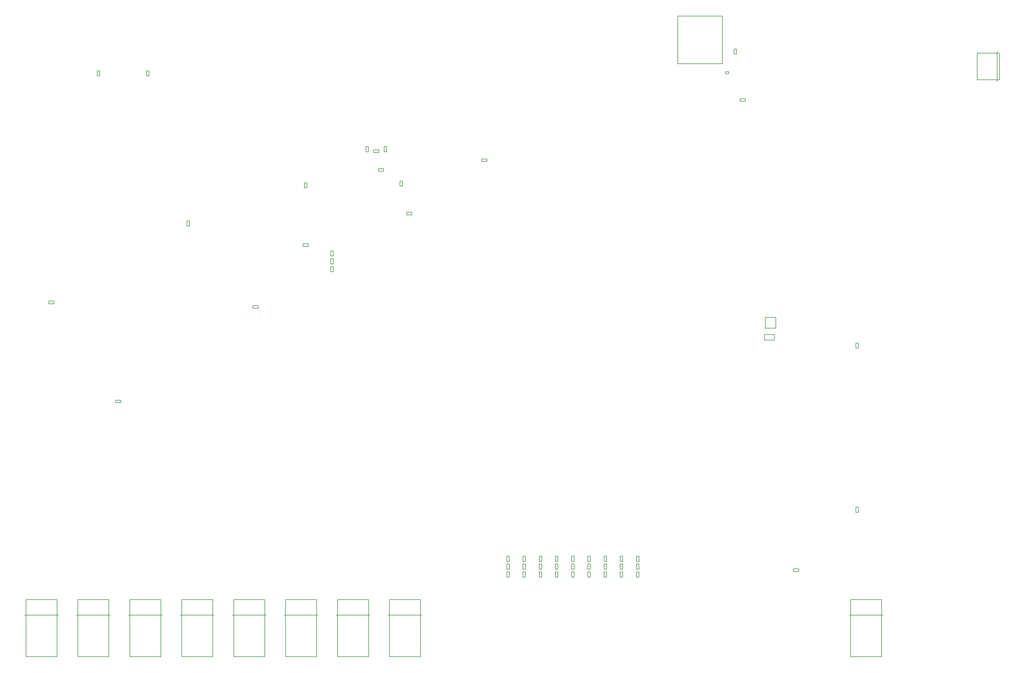
<source format=gbr>
%TF.GenerationSoftware,Altium Limited,Altium Designer,22.6.1 (34)*%
G04 Layer_Color=32896*
%FSLAX26Y26*%
%MOIN*%
%TF.SameCoordinates,08F94D22-2ED8-4738-ABBF-34BB79D8E07D*%
%TF.FilePolarity,Positive*%
%TF.FileFunction,Other,Mechanical_12*%
%TF.Part,Single*%
G01*
G75*
%TA.AperFunction,NonConductor*%
%ADD252C,0.007874*%
%ADD253C,0.005906*%
D252*
X9674961Y3285551D02*
X9795039D01*
X9674961D02*
Y3354449D01*
X9795039D01*
Y3285551D02*
Y3354449D01*
X12236142Y6418583D02*
Y6741417D01*
X12503858D01*
Y6418583D02*
Y6741417D01*
X12236142Y6418583D02*
X12503858D01*
X12476299Y6400866D02*
Y6759134D01*
D253*
X9383307Y6159961D02*
X9446299D01*
X9383307D02*
Y6191457D01*
X9446299D01*
Y6159961D02*
Y6191457D01*
X8134252Y623976D02*
Y686969D01*
X8165748D01*
Y623976D02*
Y686969D01*
X8134252Y623976D02*
X8165748D01*
X8134252Y528976D02*
Y591969D01*
X8165748D01*
Y528976D02*
Y591969D01*
X8134252Y528976D02*
X8165748D01*
X8134252Y433976D02*
Y496969D01*
X8165748D01*
Y433976D02*
Y496969D01*
X8134252Y433976D02*
X8165748D01*
X6964252D02*
Y496969D01*
X6995748D01*
Y433976D02*
Y496969D01*
X6964252Y433976D02*
X6995748D01*
X6964252Y528976D02*
Y591969D01*
X6995748D01*
Y528976D02*
Y591969D01*
X6964252Y528976D02*
X6995748D01*
X7159252Y433976D02*
Y496969D01*
X7190748D01*
Y433976D02*
Y496969D01*
X7159252Y433976D02*
X7190748D01*
X7159252Y528976D02*
Y591969D01*
X7190748D01*
Y528976D02*
Y591969D01*
X7159252Y528976D02*
X7190748D01*
X7159252Y623976D02*
Y686969D01*
X7190748D01*
Y623976D02*
Y686969D01*
X7159252Y623976D02*
X7190748D01*
X6964252D02*
Y686969D01*
X6995748D01*
Y623976D02*
Y686969D01*
X6964252Y623976D02*
X6995748D01*
X7549252Y433976D02*
Y496969D01*
X7580748D01*
Y433976D02*
Y496969D01*
X7549252Y433976D02*
X7580748D01*
X7354252D02*
Y496969D01*
X7385748D01*
Y433976D02*
Y496969D01*
X7354252Y433976D02*
X7385748D01*
X7354252Y528976D02*
Y591969D01*
X7385748D01*
Y528976D02*
Y591969D01*
X7354252Y528976D02*
X7385748D01*
X7549252D02*
Y591969D01*
X7580748D01*
Y528976D02*
Y591969D01*
X7549252Y528976D02*
X7580748D01*
X7549252Y623976D02*
Y686969D01*
X7580748D01*
Y623976D02*
Y686969D01*
X7549252Y623976D02*
X7580748D01*
X7354252D02*
Y686969D01*
X7385748D01*
Y623976D02*
Y686969D01*
X7354252Y623976D02*
X7385748D01*
X6574252Y433976D02*
Y496969D01*
X6605748D01*
Y433976D02*
Y496969D01*
X6574252Y433976D02*
X6605748D01*
X6574252Y623976D02*
Y686969D01*
X6605748D01*
Y623976D02*
Y686969D01*
X6574252Y623976D02*
X6605748D01*
X6574252Y528976D02*
Y591969D01*
X6605748D01*
Y528976D02*
Y591969D01*
X6574252Y528976D02*
X6605748D01*
X6769252Y433976D02*
Y496969D01*
X6800748D01*
Y433976D02*
Y496969D01*
X6769252Y433976D02*
X6800748D01*
X6769252Y528976D02*
Y591969D01*
X6800748D01*
Y528976D02*
Y591969D01*
X6769252Y528976D02*
X6800748D01*
X6769252Y623976D02*
Y686969D01*
X6800748D01*
Y623976D02*
Y686969D01*
X6769252Y623976D02*
X6800748D01*
X7744252Y433976D02*
Y496969D01*
X7775748D01*
Y433976D02*
Y496969D01*
X7744252Y433976D02*
X7775748D01*
X7744252Y528976D02*
Y591969D01*
X7775748D01*
Y528976D02*
Y591969D01*
X7744252Y528976D02*
X7775748D01*
X7744252Y623976D02*
Y686969D01*
X7775748D01*
Y623976D02*
Y686969D01*
X7744252Y623976D02*
X7775748D01*
X7939252D02*
Y686969D01*
X7970748D01*
Y623976D02*
Y686969D01*
X7939252Y623976D02*
X7970748D01*
X7939252Y528976D02*
Y591969D01*
X7970748D01*
Y528976D02*
Y591969D01*
X7939252Y528976D02*
X7970748D01*
X7939252Y433976D02*
Y496969D01*
X7970748D01*
Y433976D02*
Y496969D01*
X7939252Y433976D02*
X7970748D01*
X10025079Y500669D02*
Y532165D01*
Y500669D02*
X10088071D01*
Y532165D01*
X10025079D02*
X10088071D01*
X6336496Y5436732D02*
Y5468228D01*
X6273504Y5436732D02*
X6336496D01*
X6273504D02*
Y5468228D01*
X6336496D01*
X4139252Y5118504D02*
X4170748D01*
X4139252D02*
Y5181496D01*
X4170748D01*
Y5118504D02*
Y5181496D01*
X1865236Y2532835D02*
X1928228D01*
Y2564331D01*
X1865236D02*
X1928228D01*
X1865236Y2532835D02*
Y2564331D01*
X10774252Y3251496D02*
X10805748D01*
Y3188504D02*
Y3251496D01*
X10774252Y3188504D02*
X10805748D01*
X10774252D02*
Y3251496D01*
Y1213504D02*
Y1276496D01*
Y1213504D02*
X10805748D01*
Y1276496D01*
X10774252D02*
X10805748D01*
X9813976Y3431024D02*
Y3558976D01*
X9686024Y3431024D02*
X9813976D01*
X9686024D02*
Y3558976D01*
X9813976D01*
X4537598Y163008D02*
X4912402D01*
Y-524000D02*
Y163008D01*
X4537598Y-524000D02*
X4912402D01*
X4537598D02*
Y163008D01*
X4522244Y-24000D02*
X4927756D01*
X5162598Y163008D02*
X5537402D01*
Y-524000D02*
Y163008D01*
X5162598Y-524000D02*
X5537402D01*
X5162598D02*
Y163008D01*
X5147244Y-24000D02*
X5552756D01*
X2724252Y4658504D02*
Y4721496D01*
Y4658504D02*
X2755748D01*
Y4721496D01*
X2724252D02*
X2755748D01*
X4454252Y4361496D02*
X4485748D01*
X4454252Y4298504D02*
Y4361496D01*
Y4298504D02*
X4485748D01*
Y4361496D01*
X5099252Y5553504D02*
Y5616496D01*
X5130748D01*
Y5553504D02*
Y5616496D01*
X5099252Y5553504D02*
X5130748D01*
X2239252Y6465197D02*
Y6528189D01*
X2270748D01*
Y6465197D02*
Y6528189D01*
X2239252Y6465197D02*
X2270748D01*
X1644252D02*
Y6528189D01*
X1675748D01*
Y6465197D02*
Y6528189D01*
X1644252Y6465197D02*
X1675748D01*
X5289252Y5138504D02*
Y5201496D01*
Y5138504D02*
X5320748D01*
Y5201496D01*
X5289252D02*
X5320748D01*
X5368504Y4794252D02*
X5431496D01*
Y4825748D01*
X5368504D02*
X5431496D01*
X5368504Y4794252D02*
Y4825748D01*
X4123504Y4445748D02*
X4186496D01*
X4123504Y4414252D02*
Y4445748D01*
Y4414252D02*
X4186496D01*
Y4445748D01*
X1063504Y3755748D02*
X1126496D01*
X1063504Y3724252D02*
Y3755748D01*
Y3724252D02*
X1126496D01*
Y3755748D01*
X3518504Y3700748D02*
X3581496D01*
X3518504Y3669252D02*
Y3700748D01*
Y3669252D02*
X3581496D01*
Y3700748D01*
X10712598Y163008D02*
X11087402D01*
Y-524000D02*
Y163008D01*
X10712598Y-524000D02*
X11087402D01*
X10712598D02*
Y163008D01*
X10697244Y-24000D02*
X11102756D01*
X4485748Y4108504D02*
Y4171496D01*
X4454252Y4108504D02*
X4485748D01*
X4454252D02*
Y4171496D01*
X4485748D01*
Y4203504D02*
Y4266496D01*
X4454252Y4203504D02*
X4485748D01*
X4454252D02*
Y4266496D01*
X4485748D01*
X3897244Y-24000D02*
X4302756D01*
X3912598Y-524000D02*
Y163008D01*
Y-524000D02*
X4287402D01*
Y163008D01*
X3912598D02*
X4287402D01*
X3272244Y-24000D02*
X3677756D01*
X3287598Y-524000D02*
Y163008D01*
Y-524000D02*
X3662402D01*
Y163008D01*
X3287598D02*
X3662402D01*
X2647244Y-24000D02*
X3052756D01*
X2662598Y-524000D02*
Y163008D01*
Y-524000D02*
X3037402D01*
Y163008D01*
X2662598D02*
X3037402D01*
X2022244Y-24000D02*
X2427756D01*
X2037598Y-524000D02*
Y163008D01*
Y-524000D02*
X2412402D01*
Y163008D01*
X2037598D02*
X2412402D01*
X1397244Y-24000D02*
X1802756D01*
X1412598Y-524000D02*
Y163008D01*
Y-524000D02*
X1787402D01*
Y163008D01*
X1412598D02*
X1787402D01*
X772244Y-24000D02*
X1177756D01*
X787598Y-524000D02*
Y163008D01*
Y-524000D02*
X1162402D01*
Y163008D01*
X787598D02*
X1162402D01*
X8632283Y7185433D02*
X9167717D01*
Y6614567D02*
Y7185433D01*
X8632283Y6614567D02*
X9167717D01*
X8632283D02*
Y7185433D01*
X9205315Y6516811D02*
X9244685D01*
X9205315Y6493189D02*
Y6516811D01*
Y6493189D02*
X9244685D01*
Y6516811D01*
X9309252Y6728504D02*
X9340748D01*
Y6791496D01*
X9309252D02*
X9340748D01*
X9309252Y6728504D02*
Y6791496D01*
X5028504Y5319252D02*
Y5350748D01*
Y5319252D02*
X5091496D01*
Y5350748D01*
X5028504D02*
X5091496D01*
X4973504Y5575748D02*
X5036496D01*
Y5544252D02*
Y5575748D01*
X4973504Y5544252D02*
X5036496D01*
X4973504D02*
Y5575748D01*
X4879252Y5553504D02*
X4910748D01*
Y5616496D01*
X4879252D02*
X4910748D01*
X4879252Y5553504D02*
Y5616496D01*
%TF.MD5,1d044094be6af1c8fa6f19540bc2c60b*%
M02*

</source>
